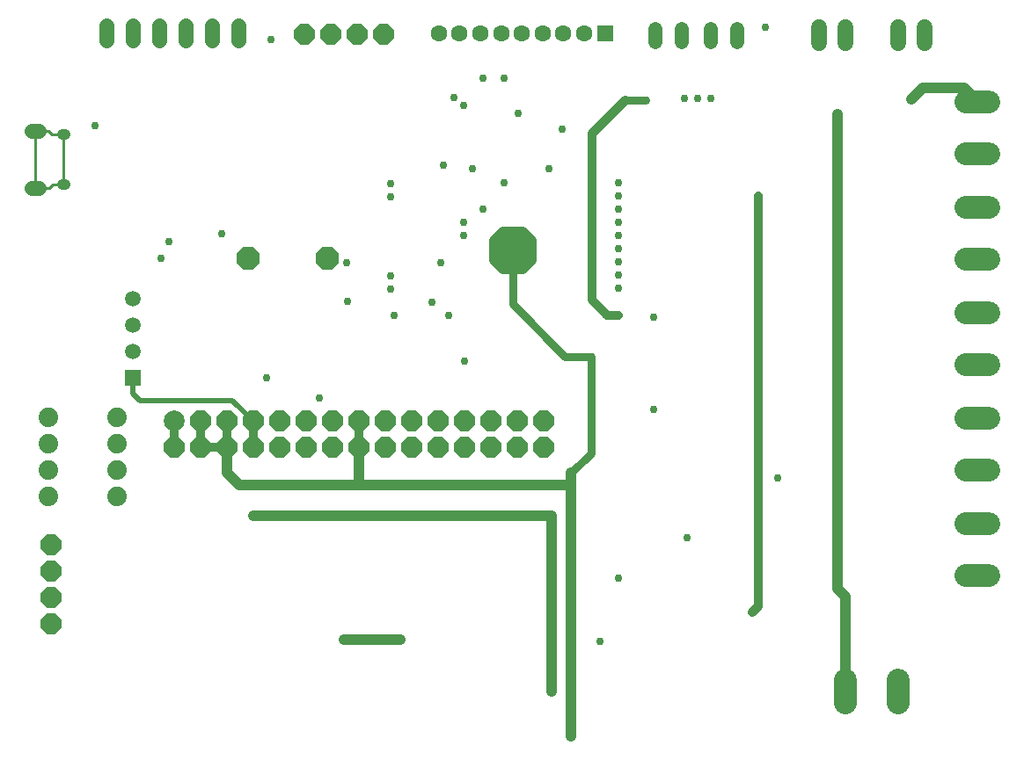
<source format=gbl>
G04 EAGLE Gerber RS-274X export*
G75*
%MOMM*%
%FSLAX34Y34*%
%LPD*%
%INBottom Copper*%
%IPPOS*%
%AMOC8*
5,1,8,0,0,1.08239X$1,22.5*%
G01*
%ADD10C,2.184400*%
%ADD11R,1.600000X1.600000*%
%ADD12C,1.600000*%
%ADD13C,1.508000*%
%ADD14C,1.400000*%
%ADD15C,1.000000*%
%ADD16P,2.164780X8X112.500000*%
%ADD17C,1.320800*%
%ADD18P,2.336880X8X22.500000*%
%ADD19C,2.000000*%
%ADD20P,2.164780X8X22.500000*%
%ADD21R,1.508000X1.508000*%
%ADD22C,1.508000*%
%ADD23C,0.762000*%
%ADD24P,2.164780X8X202.500000*%
%ADD25C,1.422400*%
%ADD26C,1.879600*%
%ADD27C,0.756400*%
%ADD28C,0.762000*%
%ADD29C,0.812800*%
%ADD30C,1.016000*%
%ADD31C,0.508000*%
%ADD32C,0.254000*%


D10*
X813054Y55118D02*
X813054Y76962D01*
X863346Y76962D02*
X863346Y55118D01*
D11*
X581406Y700532D03*
D12*
X561406Y700532D03*
X541406Y700532D03*
X521406Y700532D03*
X501406Y700532D03*
X481406Y700532D03*
X461406Y700532D03*
X441406Y700532D03*
X421406Y700532D03*
D10*
X928878Y584454D02*
X950722Y584454D01*
X950722Y634746D02*
X928878Y634746D01*
D13*
X787400Y690960D02*
X787400Y706040D01*
X812800Y706040D02*
X812800Y690960D01*
D10*
X928878Y482854D02*
X950722Y482854D01*
X950722Y533146D02*
X928878Y533146D01*
D14*
X36611Y551834D02*
X29611Y551834D01*
X29611Y606434D02*
X36611Y606434D01*
D15*
X58870Y603420D02*
X61870Y603420D01*
X61870Y554820D02*
X58870Y554820D01*
D16*
X292100Y699770D03*
X317500Y699770D03*
X342900Y699770D03*
X368300Y699770D03*
D13*
X863600Y706040D02*
X863600Y690960D01*
X889000Y690960D02*
X889000Y706040D01*
D17*
X683260Y705104D02*
X683260Y691896D01*
X708660Y691896D02*
X708660Y705104D01*
X629920Y705104D02*
X629920Y691896D01*
X655320Y691896D02*
X655320Y705104D01*
D18*
X237490Y483616D03*
X313690Y483616D03*
D10*
X928878Y178054D02*
X950722Y178054D01*
X950722Y228346D02*
X928878Y228346D01*
X928878Y279654D02*
X950722Y279654D01*
X950722Y329946D02*
X928878Y329946D01*
X928878Y381254D02*
X950722Y381254D01*
X950722Y431546D02*
X928878Y431546D01*
D19*
X166370Y326898D03*
D20*
X166370Y301498D03*
X191770Y326898D03*
X191770Y301498D03*
X217170Y326898D03*
X217170Y301498D03*
X242570Y326898D03*
X242570Y301498D03*
X267970Y326898D03*
X267970Y301498D03*
X293370Y326898D03*
X293370Y301498D03*
X318770Y326898D03*
X318770Y301498D03*
X344170Y326898D03*
X344170Y301498D03*
X369570Y326898D03*
X369570Y301498D03*
X394970Y326898D03*
X394970Y301498D03*
X420370Y326898D03*
X420370Y301498D03*
X445770Y326898D03*
X445770Y301498D03*
X471170Y326898D03*
X471170Y301498D03*
X496570Y326898D03*
X496570Y301498D03*
X521970Y326898D03*
X521970Y301498D03*
D21*
X127000Y368300D03*
D22*
X127000Y393700D03*
X127000Y419100D03*
X127000Y444500D03*
D23*
X492600Y482105D03*
X510950Y482105D03*
X474250Y482105D03*
X510950Y500455D03*
X492600Y500455D03*
X474250Y500455D03*
X501775Y491280D03*
X483425Y491280D03*
X501775Y472930D03*
X483425Y472930D03*
X501775Y509630D03*
X483425Y509630D03*
D24*
X48006Y131318D03*
X48006Y156718D03*
X48006Y182118D03*
X48006Y207518D03*
D25*
X228600Y693928D02*
X228600Y708152D01*
X203200Y708152D02*
X203200Y693928D01*
X177800Y693928D02*
X177800Y708152D01*
X152400Y708152D02*
X152400Y693928D01*
X127000Y693928D02*
X127000Y708152D01*
X101600Y708152D02*
X101600Y693928D01*
D26*
X111760Y330200D03*
X111760Y304800D03*
X111760Y279400D03*
X111760Y254000D03*
X45720Y330200D03*
X45720Y304800D03*
X45720Y279400D03*
X45720Y254000D03*
D27*
X723392Y142748D03*
X729234Y543814D03*
X729234Y375412D03*
X567690Y389128D03*
D28*
X492600Y439580D02*
X492600Y482105D01*
X492600Y500455D01*
X483425Y491280D02*
X501775Y491280D01*
D27*
X548640Y22860D03*
X729234Y477012D03*
D29*
X729234Y543814D01*
X729234Y477012D02*
X729234Y375412D01*
D27*
X729234Y278638D03*
D29*
X729234Y375412D01*
X729234Y278638D02*
X729234Y148590D01*
X723392Y142748D01*
D27*
X876300Y637032D03*
X539750Y608330D03*
D29*
X344170Y326898D02*
X344170Y301498D01*
X217170Y301498D02*
X217170Y326898D01*
X191770Y326898D02*
X191770Y301498D01*
X217170Y301498D01*
D27*
X260096Y694690D03*
X154432Y483616D03*
D29*
X483425Y491280D02*
X483425Y509630D01*
X474250Y500455D02*
X492600Y500455D01*
X474250Y500455D02*
X474250Y482105D01*
X483425Y472930D01*
X483425Y491280D01*
X483425Y509630D02*
X501775Y509630D01*
X510950Y500455D01*
X483425Y509630D02*
X474250Y500455D01*
X492600Y500455D02*
X510950Y500455D01*
X501775Y491280D02*
X501775Y472930D01*
X483425Y472930D01*
X501775Y472930D02*
X510950Y482105D01*
X510950Y500455D01*
X501775Y491280D01*
X483425Y491280D02*
X474250Y482105D01*
X483425Y472930D02*
X492600Y482105D01*
X501775Y472930D01*
X492600Y482105D02*
X483425Y491280D01*
X492600Y482105D02*
X501775Y491280D01*
X510950Y482105D01*
X501775Y491280D02*
X492600Y500455D01*
X483425Y491280D01*
X474250Y500455D01*
X483425Y509630D02*
X492600Y500455D01*
X501775Y509630D01*
D30*
X548640Y264922D02*
X548640Y22860D01*
X548640Y264922D02*
X548640Y276860D01*
X926846Y647700D02*
X939800Y634746D01*
X886968Y647700D02*
X876300Y637032D01*
X886968Y647700D02*
X926846Y647700D01*
X217170Y301498D02*
X217170Y277114D01*
X344424Y264922D02*
X548640Y264922D01*
X344424Y264922D02*
X229362Y264922D01*
X217170Y277114D01*
X344424Y264922D02*
X344424Y301244D01*
X344170Y301498D01*
D28*
X492600Y439580D02*
X543052Y389128D01*
X567690Y389128D01*
X567690Y295910D01*
X548640Y276860D01*
D27*
X735838Y706628D03*
X594360Y505460D03*
X660400Y214600D03*
X805180Y622300D03*
X805180Y520700D03*
X805180Y419100D03*
X805180Y317500D03*
X805180Y215900D03*
D30*
X805180Y520700D02*
X805180Y622300D01*
X813054Y157480D02*
X813054Y66040D01*
X813054Y157480D02*
X805180Y165354D01*
X805180Y215900D02*
X805180Y317500D01*
X805180Y419100D02*
X805180Y520700D01*
X805180Y419100D02*
X805180Y317500D01*
X805180Y215900D02*
X805180Y165354D01*
D27*
X529590Y235966D03*
D30*
X529590Y66294D01*
D27*
X529590Y66294D03*
X594360Y429006D03*
X620776Y636270D03*
D29*
X242570Y326898D02*
X242570Y301498D01*
D27*
X242570Y235966D03*
D30*
X529590Y235966D01*
D31*
X127000Y353314D02*
X127000Y368300D01*
X222504Y346964D02*
X242570Y326898D01*
X133350Y346964D02*
X127000Y353314D01*
X133350Y346964D02*
X222504Y346964D01*
D29*
X568706Y604266D02*
X600710Y636270D01*
X568706Y604266D02*
X568706Y443966D01*
X583666Y429006D02*
X594360Y429006D01*
X583666Y429006D02*
X568706Y443966D01*
D28*
X600710Y636270D02*
X620776Y636270D01*
D27*
X375412Y454406D03*
X255524Y368300D03*
X306070Y349504D03*
X374904Y467106D03*
X747268Y272034D03*
X594106Y175260D03*
X576938Y114300D03*
X384302Y116078D03*
D29*
X166370Y301498D02*
X166370Y326898D01*
D27*
X90170Y611632D03*
D30*
X329946Y116078D02*
X384302Y116078D01*
D27*
X329946Y116078D03*
X414528Y441452D03*
X333248Y442468D03*
X423164Y479552D03*
X332486Y479806D03*
X435864Y638330D03*
X430784Y429006D03*
X378206Y429006D03*
X497840Y623316D03*
X445516Y505460D03*
X445996Y384302D03*
X445008Y630936D03*
X445008Y518160D03*
X464312Y657352D03*
X464312Y530860D03*
X594360Y543560D03*
X594360Y556260D03*
X212598Y507492D03*
X161798Y500126D03*
X594360Y467360D03*
X594360Y454660D03*
X594360Y518160D03*
X628620Y337820D03*
X594360Y530860D03*
X628620Y426720D03*
X683260Y637540D03*
X594360Y480060D03*
X594360Y492760D03*
X657860Y637540D03*
X425450Y573278D03*
X670560Y637540D03*
X527050Y569722D03*
X454124Y569976D03*
X484124Y657352D03*
X484124Y556768D03*
X375438Y555980D03*
X375386Y543280D03*
D31*
X36125Y603420D02*
X33111Y606434D01*
D32*
X33111Y551834D01*
X49530Y554820D02*
X60370Y554820D01*
X46544Y551834D02*
X33111Y551834D01*
X46544Y551834D02*
X49530Y554820D01*
X45838Y606434D02*
X33111Y606434D01*
X48852Y603420D02*
X60370Y603420D01*
X48852Y603420D02*
X45838Y606434D01*
X60370Y603420D02*
X60370Y554820D01*
M02*

</source>
